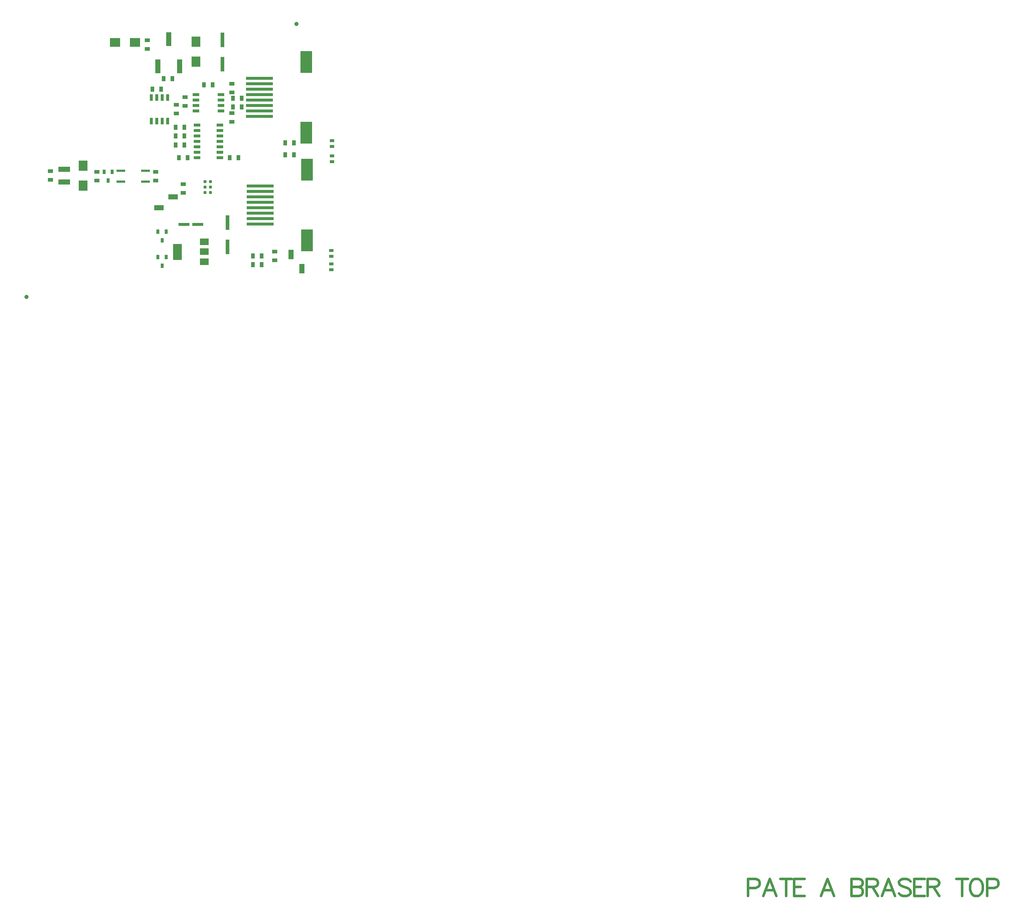
<source format=gtp>
%FSLAX25Y25*%
%MOIN*%
G70*
G01*
G75*
G04 Layer_Color=8388736*
%ADD10C,0.03937*%
%ADD11R,0.25000X0.02992*%
%ADD12R,0.03500X0.05000*%
%ADD13R,0.05910X0.03030*%
%ADD14R,0.11024X0.20276*%
%ADD15R,0.05000X0.03500*%
%ADD16R,0.03000X0.04000*%
%ADD17R,0.03543X0.13583*%
%ADD18C,0.03100*%
%ADD19R,0.04000X0.02854*%
%ADD20R,0.08465X0.02362*%
%ADD21R,0.04724X0.12992*%
%ADD22R,0.11023X0.05000*%
%ADD23R,0.08465X0.09449*%
%ADD24R,0.09449X0.08465*%
%ADD25R,0.08661X0.05000*%
%ADD26R,0.05000X0.08661*%
%ADD27R,0.03030X0.05910*%
%ADD28R,0.08000X0.06000*%
%ADD29R,0.08000X0.15000*%
%ADD30R,0.10236X0.03150*%
%ADD31R,0.06000X0.02500*%
%ADD32C,0.01000*%
%ADD33C,0.01500*%
%ADD34C,0.01181*%
%ADD35C,0.02756*%
%ADD36C,0.01969*%
%ADD37C,0.15748*%
%ADD38C,0.09843*%
%ADD39C,0.11811*%
%ADD40C,0.03937*%
%ADD41C,0.01575*%
%ADD42C,0.02362*%
%ADD43C,0.13780*%
%ADD44C,0.19685*%
%ADD45C,0.12598*%
%ADD46C,0.16000*%
%ADD47C,0.09843*%
%ADD48C,0.11811*%
%ADD49C,0.09055*%
%ADD50C,0.03900*%
%ADD51C,0.16533*%
%ADD52C,0.10000*%
%ADD53C,0.05000*%
%ADD54R,0.16000X0.13000*%
%ADD55R,0.16892X0.02319*%
%ADD56R,0.21000X0.17000*%
%ADD57R,0.31000X0.17000*%
%ADD58R,0.09194X0.12806*%
%ADD59R,0.12000X0.12890*%
%ADD60C,0.00984*%
%ADD61C,0.00787*%
%ADD62C,0.00787*%
D10*
X-119000Y-134000D02*
D03*
X129000Y117000D02*
D03*
D11*
X95606Y-57092D02*
D03*
Y-52091D02*
D03*
X95106Y42089D02*
D03*
Y47091D02*
D03*
X95606Y-67090D02*
D03*
Y-62090D02*
D03*
Y-47091D02*
D03*
Y-42091D02*
D03*
Y-37091D02*
D03*
Y-32091D02*
D03*
X95106Y67090D02*
D03*
Y62090D02*
D03*
Y57091D02*
D03*
Y52091D02*
D03*
Y37091D02*
D03*
Y32091D02*
D03*
D12*
X78500Y48500D02*
D03*
Y40500D02*
D03*
X44000Y61000D02*
D03*
X52000D02*
D03*
X97000Y-104500D02*
D03*
X89000D02*
D03*
X118500Y7500D02*
D03*
X126500D02*
D03*
X26000Y22000D02*
D03*
X18000D02*
D03*
X-3500Y57000D02*
D03*
X4500D02*
D03*
X15000Y66500D02*
D03*
X7000D02*
D03*
X89000Y-96500D02*
D03*
X97000D02*
D03*
X26000Y14000D02*
D03*
X18000D02*
D03*
X26000Y5500D02*
D03*
X18000D02*
D03*
X67500Y-6000D02*
D03*
X75500D02*
D03*
X29000D02*
D03*
X21000D02*
D03*
X118500Y-3500D02*
D03*
X126500D02*
D03*
X70500Y48500D02*
D03*
Y40500D02*
D03*
D13*
X59500Y42000D02*
D03*
Y47000D02*
D03*
Y52000D02*
D03*
Y37000D02*
D03*
X36500D02*
D03*
Y42000D02*
D03*
Y47000D02*
D03*
Y52000D02*
D03*
D14*
X138614Y-82091D02*
D03*
Y-17090D02*
D03*
X138114Y82091D02*
D03*
Y17090D02*
D03*
D15*
X-8000Y102000D02*
D03*
Y94000D02*
D03*
X18500Y42500D02*
D03*
Y34500D02*
D03*
X109000Y-100500D02*
D03*
Y-92500D02*
D03*
X69500Y27000D02*
D03*
Y35000D02*
D03*
Y62000D02*
D03*
Y54000D02*
D03*
X26500Y41500D02*
D03*
Y49500D02*
D03*
X25000Y-38500D02*
D03*
Y-30500D02*
D03*
X-97000Y-26500D02*
D03*
Y-18500D02*
D03*
X-54500Y-27000D02*
D03*
Y-19000D02*
D03*
X-500D02*
D03*
Y-27000D02*
D03*
D16*
X5500Y-82000D02*
D03*
X9250Y-74000D02*
D03*
X1750D02*
D03*
X5500Y-105500D02*
D03*
X9250Y-97500D02*
D03*
X1750D02*
D03*
X-44000Y-27000D02*
D03*
X-40250Y-19000D02*
D03*
X-47750D02*
D03*
D17*
X65500Y-65780D02*
D03*
Y-88220D02*
D03*
X61000Y102220D02*
D03*
Y79780D02*
D03*
D18*
X50000Y-38000D02*
D03*
X45000D02*
D03*
Y-33000D02*
D03*
Y-28000D02*
D03*
X50000Y-33000D02*
D03*
Y-28000D02*
D03*
D19*
X161000Y-109217D02*
D03*
Y-103783D02*
D03*
X161500Y4283D02*
D03*
Y9717D02*
D03*
Y-4283D02*
D03*
Y-9717D02*
D03*
X161000Y-91283D02*
D03*
Y-96717D02*
D03*
D20*
X-32417Y-18000D02*
D03*
Y-28000D02*
D03*
X-9583Y-18000D02*
D03*
Y-28000D02*
D03*
D21*
X21500Y77902D02*
D03*
X1500D02*
D03*
X11500Y103098D02*
D03*
D22*
X-84500Y-16595D02*
D03*
Y-28405D02*
D03*
D23*
X-67000Y-13346D02*
D03*
Y-31654D02*
D03*
X36500Y100654D02*
D03*
Y82346D02*
D03*
D24*
X-37653Y100000D02*
D03*
X-19346D02*
D03*
D25*
X15496Y-42000D02*
D03*
X2504Y-52000D02*
D03*
D03*
D26*
X124000Y-95004D02*
D03*
X134000Y-107996D02*
D03*
D03*
D27*
X10500Y49150D02*
D03*
X5500D02*
D03*
X500D02*
D03*
X-4500D02*
D03*
Y27500D02*
D03*
X500D02*
D03*
X5500D02*
D03*
X10500D02*
D03*
D28*
X44250Y-101560D02*
D03*
Y-92500D02*
D03*
Y-83440D02*
D03*
D29*
X19750Y-92560D02*
D03*
D30*
X38299Y-67500D02*
D03*
X25701D02*
D03*
D31*
X37500Y24000D02*
D03*
Y19000D02*
D03*
Y14000D02*
D03*
Y9000D02*
D03*
Y4000D02*
D03*
Y-1000D02*
D03*
Y-6000D02*
D03*
X58500Y4000D02*
D03*
Y9000D02*
D03*
Y14000D02*
D03*
Y19000D02*
D03*
Y24000D02*
D03*
Y-6000D02*
D03*
Y-1000D02*
D03*
D42*
X543762Y-677252D02*
X550510D01*
X552759Y-676503D01*
X553509Y-675753D01*
X554259Y-674253D01*
Y-672004D01*
X553509Y-670505D01*
X552759Y-669755D01*
X550510Y-669005D01*
X543762D01*
Y-684750D01*
X569778D02*
X563780Y-669005D01*
X557782Y-684750D01*
X560032Y-679502D02*
X567529D01*
X578700Y-669005D02*
Y-684750D01*
X573452Y-669005D02*
X583949D01*
X595570D02*
X585823D01*
Y-684750D01*
X595570D01*
X585823Y-676503D02*
X591821D01*
X622561Y-684750D02*
X616563Y-669005D01*
X610565Y-684750D01*
X612814Y-679502D02*
X620311D01*
X638605Y-669005D02*
Y-684750D01*
Y-669005D02*
X645353D01*
X647602Y-669755D01*
X648352Y-670505D01*
X649101Y-672004D01*
Y-673504D01*
X648352Y-675003D01*
X647602Y-675753D01*
X645353Y-676503D01*
X638605D02*
X645353D01*
X647602Y-677252D01*
X648352Y-678002D01*
X649101Y-679502D01*
Y-681751D01*
X648352Y-683250D01*
X647602Y-684000D01*
X645353Y-684750D01*
X638605D01*
X652625Y-669005D02*
Y-684750D01*
Y-669005D02*
X659373D01*
X661622Y-669755D01*
X662372Y-670505D01*
X663122Y-672004D01*
Y-673504D01*
X662372Y-675003D01*
X661622Y-675753D01*
X659373Y-676503D01*
X652625D01*
X657873D02*
X663122Y-684750D01*
X678641D02*
X672643Y-669005D01*
X666645Y-684750D01*
X668895Y-679502D02*
X676392D01*
X692812Y-671254D02*
X691312Y-669755D01*
X689063Y-669005D01*
X686064D01*
X683815Y-669755D01*
X682315Y-671254D01*
Y-672754D01*
X683065Y-674253D01*
X683815Y-675003D01*
X685314Y-675753D01*
X689813Y-677252D01*
X691312Y-678002D01*
X692062Y-678752D01*
X692812Y-680251D01*
Y-682501D01*
X691312Y-684000D01*
X689063Y-684750D01*
X686064D01*
X683815Y-684000D01*
X682315Y-682501D01*
X706082Y-669005D02*
X696335D01*
Y-684750D01*
X706082D01*
X696335Y-676503D02*
X702333D01*
X708706Y-669005D02*
Y-684750D01*
Y-669005D02*
X715454D01*
X717703Y-669755D01*
X718453Y-670505D01*
X719203Y-672004D01*
Y-673504D01*
X718453Y-675003D01*
X717703Y-675753D01*
X715454Y-676503D01*
X708706D01*
X713954D02*
X719203Y-684750D01*
X740345Y-669005D02*
Y-684750D01*
X735097Y-669005D02*
X745594D01*
X751966D02*
X750467Y-669755D01*
X748968Y-671254D01*
X748218Y-672754D01*
X747468Y-675003D01*
Y-678752D01*
X748218Y-681001D01*
X748968Y-682501D01*
X750467Y-684000D01*
X751966Y-684750D01*
X754965D01*
X756465Y-684000D01*
X757965Y-682501D01*
X758714Y-681001D01*
X759464Y-678752D01*
Y-675003D01*
X758714Y-672754D01*
X757965Y-671254D01*
X756465Y-669755D01*
X754965Y-669005D01*
X751966D01*
X763138Y-677252D02*
X769885D01*
X772135Y-676503D01*
X772884Y-675753D01*
X773634Y-674253D01*
Y-672004D01*
X772884Y-670505D01*
X772135Y-669755D01*
X769885Y-669005D01*
X763138D01*
Y-684750D01*
M02*

</source>
